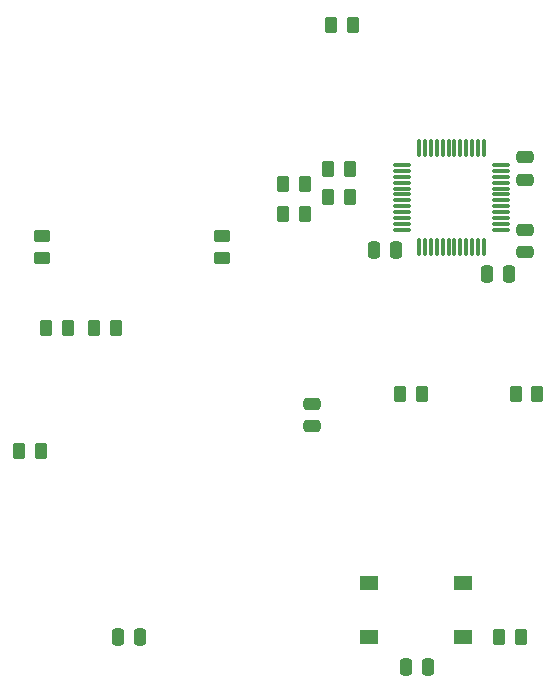
<source format=gbr>
%TF.GenerationSoftware,KiCad,Pcbnew,(6.0.11)*%
%TF.CreationDate,2024-12-29T21:24:03+02:00*%
%TF.ProjectId,LEDdice,4c454464-6963-4652-9e6b-696361645f70,rev?*%
%TF.SameCoordinates,Original*%
%TF.FileFunction,Paste,Top*%
%TF.FilePolarity,Positive*%
%FSLAX46Y46*%
G04 Gerber Fmt 4.6, Leading zero omitted, Abs format (unit mm)*
G04 Created by KiCad (PCBNEW (6.0.11)) date 2024-12-29 21:24:03*
%MOMM*%
%LPD*%
G01*
G04 APERTURE LIST*
G04 Aperture macros list*
%AMRoundRect*
0 Rectangle with rounded corners*
0 $1 Rounding radius*
0 $2 $3 $4 $5 $6 $7 $8 $9 X,Y pos of 4 corners*
0 Add a 4 corners polygon primitive as box body*
4,1,4,$2,$3,$4,$5,$6,$7,$8,$9,$2,$3,0*
0 Add four circle primitives for the rounded corners*
1,1,$1+$1,$2,$3*
1,1,$1+$1,$4,$5*
1,1,$1+$1,$6,$7*
1,1,$1+$1,$8,$9*
0 Add four rect primitives between the rounded corners*
20,1,$1+$1,$2,$3,$4,$5,0*
20,1,$1+$1,$4,$5,$6,$7,0*
20,1,$1+$1,$6,$7,$8,$9,0*
20,1,$1+$1,$8,$9,$2,$3,0*%
G04 Aperture macros list end*
%ADD10RoundRect,0.250000X-0.262500X-0.450000X0.262500X-0.450000X0.262500X0.450000X-0.262500X0.450000X0*%
%ADD11RoundRect,0.250000X0.250000X0.475000X-0.250000X0.475000X-0.250000X-0.475000X0.250000X-0.475000X0*%
%ADD12RoundRect,0.250000X-0.450000X0.262500X-0.450000X-0.262500X0.450000X-0.262500X0.450000X0.262500X0*%
%ADD13RoundRect,0.250000X0.262500X0.450000X-0.262500X0.450000X-0.262500X-0.450000X0.262500X-0.450000X0*%
%ADD14RoundRect,0.250000X-0.475000X0.250000X-0.475000X-0.250000X0.475000X-0.250000X0.475000X0.250000X0*%
%ADD15RoundRect,0.250000X-0.250000X-0.475000X0.250000X-0.475000X0.250000X0.475000X-0.250000X0.475000X0*%
%ADD16RoundRect,0.250000X0.475000X-0.250000X0.475000X0.250000X-0.475000X0.250000X-0.475000X-0.250000X0*%
%ADD17RoundRect,0.075000X0.075000X0.662500X-0.075000X0.662500X-0.075000X-0.662500X0.075000X-0.662500X0*%
%ADD18RoundRect,0.075000X0.662500X0.075000X-0.662500X0.075000X-0.662500X-0.075000X0.662500X-0.075000X0*%
%ADD19R,1.550000X1.300000*%
G04 APERTURE END LIST*
D10*
%TO.C,R4*%
X188825500Y-56896000D03*
X190650500Y-56896000D03*
%TD*%
D11*
%TO.C,C2*%
X194310000Y-75946000D03*
X192410000Y-75946000D03*
%TD*%
D12*
%TO.C,R9*%
X179578000Y-74779500D03*
X179578000Y-76604500D03*
%TD*%
D10*
%TO.C,R7*%
X164695500Y-82550000D03*
X166520500Y-82550000D03*
%TD*%
D13*
%TO.C,R10*%
X186586500Y-70358000D03*
X184761500Y-70358000D03*
%TD*%
D14*
%TO.C,C3*%
X205232000Y-74234000D03*
X205232000Y-76134000D03*
%TD*%
D10*
%TO.C,R13*%
X162409500Y-92964000D03*
X164234500Y-92964000D03*
%TD*%
D13*
%TO.C,R6*%
X186586500Y-72898000D03*
X184761500Y-72898000D03*
%TD*%
D10*
%TO.C,R3*%
X204447000Y-88123000D03*
X206272000Y-88123000D03*
%TD*%
D13*
%TO.C,R11*%
X190396500Y-69088000D03*
X188571500Y-69088000D03*
%TD*%
D12*
%TO.C,R8*%
X164338000Y-74779500D03*
X164338000Y-76604500D03*
%TD*%
D15*
%TO.C,C5*%
X203896000Y-77978000D03*
X201996000Y-77978000D03*
%TD*%
D13*
%TO.C,R1*%
X204874500Y-108712000D03*
X203049500Y-108712000D03*
%TD*%
D16*
%TO.C,C4*%
X205232000Y-69988000D03*
X205232000Y-68088000D03*
%TD*%
D17*
%TO.C,U1*%
X201750000Y-75662500D03*
X201250000Y-75662500D03*
X200750000Y-75662500D03*
X200250000Y-75662500D03*
X199750000Y-75662500D03*
X199250000Y-75662500D03*
X198750000Y-75662500D03*
X198250000Y-75662500D03*
X197750000Y-75662500D03*
X197250000Y-75662500D03*
X196750000Y-75662500D03*
X196250000Y-75662500D03*
D18*
X194837500Y-74250000D03*
X194837500Y-73750000D03*
X194837500Y-73250000D03*
X194837500Y-72750000D03*
X194837500Y-72250000D03*
X194837500Y-71750000D03*
X194837500Y-71250000D03*
X194837500Y-70750000D03*
X194837500Y-70250000D03*
X194837500Y-69750000D03*
X194837500Y-69250000D03*
X194837500Y-68750000D03*
D17*
X196250000Y-67337500D03*
X196750000Y-67337500D03*
X197250000Y-67337500D03*
X197750000Y-67337500D03*
X198250000Y-67337500D03*
X198750000Y-67337500D03*
X199250000Y-67337500D03*
X199750000Y-67337500D03*
X200250000Y-67337500D03*
X200750000Y-67337500D03*
X201250000Y-67337500D03*
X201750000Y-67337500D03*
D18*
X203162500Y-68750000D03*
X203162500Y-69250000D03*
X203162500Y-69750000D03*
X203162500Y-70250000D03*
X203162500Y-70750000D03*
X203162500Y-71250000D03*
X203162500Y-71750000D03*
X203162500Y-72250000D03*
X203162500Y-72750000D03*
X203162500Y-73250000D03*
X203162500Y-73750000D03*
X203162500Y-74250000D03*
%TD*%
D13*
%TO.C,R5*%
X190396500Y-71500000D03*
X188571500Y-71500000D03*
%TD*%
D10*
%TO.C,R12*%
X168759500Y-82550000D03*
X170584500Y-82550000D03*
%TD*%
D19*
%TO.C,Reset SW1*%
X192025000Y-104176000D03*
X199975000Y-104176000D03*
X192025000Y-108676000D03*
X199975000Y-108676000D03*
%TD*%
D11*
%TO.C,C7*%
X172654000Y-108712000D03*
X170754000Y-108712000D03*
%TD*%
%TO.C,C1*%
X197038000Y-111252000D03*
X195138000Y-111252000D03*
%TD*%
D14*
%TO.C,C6*%
X187198000Y-88966000D03*
X187198000Y-90866000D03*
%TD*%
D10*
%TO.C,R2*%
X194667500Y-88123000D03*
X196492500Y-88123000D03*
%TD*%
M02*

</source>
